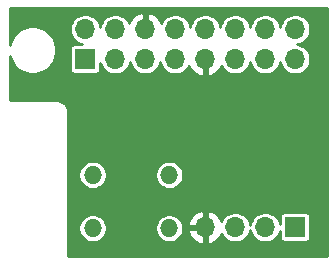
<source format=gbl>
%TF.GenerationSoftware,KiCad,Pcbnew,5.1.7-a382d34a8~87~ubuntu20.04.1*%
%TF.CreationDate,2020-11-06T02:00:15-03:00*%
%TF.ProjectId,RPI_HAT,5250495f-4841-4542-9e6b-696361645f70,v1 *%
%TF.SameCoordinates,Original*%
%TF.FileFunction,Copper,L2,Bot*%
%TF.FilePolarity,Positive*%
%FSLAX46Y46*%
G04 Gerber Fmt 4.6, Leading zero omitted, Abs format (unit mm)*
G04 Created by KiCad (PCBNEW 5.1.7-a382d34a8~87~ubuntu20.04.1) date 2020-11-06 02:00:15*
%MOMM*%
%LPD*%
G01*
G04 APERTURE LIST*
%TA.AperFunction,ComponentPad*%
%ADD10R,1.700000X1.700000*%
%TD*%
%TA.AperFunction,ComponentPad*%
%ADD11O,1.700000X1.700000*%
%TD*%
%TA.AperFunction,ComponentPad*%
%ADD12O,1.524000X1.524000*%
%TD*%
%TA.AperFunction,ViaPad*%
%ADD13C,1.000000*%
%TD*%
%TA.AperFunction,Conductor*%
%ADD14C,0.254000*%
%TD*%
%TA.AperFunction,Conductor*%
%ADD15C,0.100000*%
%TD*%
G04 APERTURE END LIST*
D10*
%TO.P,J1,1*%
%TO.N,/3V3*%
X96012000Y-94869000D03*
D11*
%TO.P,J1,2*%
%TO.N,Net-(J1-Pad2)*%
X96012000Y-92329000D03*
%TO.P,J1,3*%
%TO.N,Net-(J1-Pad3)*%
X98552000Y-94869000D03*
%TO.P,J1,4*%
%TO.N,Net-(J1-Pad4)*%
X98552000Y-92329000D03*
%TO.P,J1,5*%
%TO.N,Net-(J1-Pad5)*%
X101092000Y-94869000D03*
%TO.P,J1,6*%
%TO.N,GND*%
X101092000Y-92329000D03*
%TO.P,J1,7*%
%TO.N,Net-(J1-Pad7)*%
X103632000Y-94869000D03*
%TO.P,J1,8*%
%TO.N,/button_input*%
X103632000Y-92329000D03*
%TO.P,J1,9*%
%TO.N,GND*%
X106172000Y-94869000D03*
%TO.P,J1,10*%
%TO.N,Net-(J1-Pad10)*%
X106172000Y-92329000D03*
%TO.P,J1,11*%
%TO.N,Net-(J1-Pad11)*%
X108712000Y-94869000D03*
%TO.P,J1,12*%
%TO.N,Net-(J1-Pad12)*%
X108712000Y-92329000D03*
%TO.P,J1,13*%
%TO.N,Net-(J1-Pad13)*%
X111252000Y-94869000D03*
%TO.P,J1,14*%
%TO.N,Net-(J1-Pad14)*%
X111252000Y-92329000D03*
%TO.P,J1,15*%
%TO.N,Net-(J1-Pad15)*%
X113792000Y-94869000D03*
%TO.P,J1,16*%
%TO.N,Net-(J1-Pad16)*%
X113792000Y-92329000D03*
%TD*%
D12*
%TO.P,SW1,1*%
%TO.N,/3V3*%
X103144900Y-109194600D03*
X96642500Y-109194600D03*
%TO.P,SW1,2*%
%TO.N,/button_input*%
X103144900Y-104673400D03*
X96642500Y-104673400D03*
%TD*%
D10*
%TO.P,U1,1*%
%TO.N,/3V3*%
X113792000Y-109093000D03*
D11*
%TO.P,U1,2*%
%TO.N,Net-(J1-Pad11)*%
X111252000Y-109093000D03*
%TO.P,U1,3*%
%TO.N,Net-(U1-Pad3)*%
X108712000Y-109093000D03*
%TO.P,U1,4*%
%TO.N,GND*%
X106172000Y-109093000D03*
%TD*%
D13*
%TO.N,GND*%
X112141000Y-102235000D03*
X100584000Y-100965000D03*
%TD*%
D14*
%TO.N,GND*%
X116467893Y-90506078D02*
X116476452Y-90508662D01*
X116484343Y-90512858D01*
X116491268Y-90518506D01*
X116496964Y-90525391D01*
X116501215Y-90533253D01*
X116503859Y-90541794D01*
X116507000Y-90571678D01*
X116507001Y-111483487D01*
X116503921Y-111514896D01*
X116501337Y-111523454D01*
X116497144Y-111531341D01*
X116491494Y-111538268D01*
X116484609Y-111543964D01*
X116476747Y-111548215D01*
X116468206Y-111550859D01*
X116438322Y-111554000D01*
X94637503Y-111554000D01*
X94606104Y-111550921D01*
X94597546Y-111548337D01*
X94589659Y-111544144D01*
X94582732Y-111538494D01*
X94577036Y-111531609D01*
X94572785Y-111523747D01*
X94570141Y-111515206D01*
X94567000Y-111485322D01*
X94567000Y-109076706D01*
X95445500Y-109076706D01*
X95445500Y-109312494D01*
X95491500Y-109543752D01*
X95581732Y-109761592D01*
X95712729Y-109957643D01*
X95879457Y-110124371D01*
X96075508Y-110255368D01*
X96293348Y-110345600D01*
X96524606Y-110391600D01*
X96760394Y-110391600D01*
X96991652Y-110345600D01*
X97209492Y-110255368D01*
X97405543Y-110124371D01*
X97572271Y-109957643D01*
X97703268Y-109761592D01*
X97793500Y-109543752D01*
X97839500Y-109312494D01*
X97839500Y-109076706D01*
X101947900Y-109076706D01*
X101947900Y-109312494D01*
X101993900Y-109543752D01*
X102084132Y-109761592D01*
X102215129Y-109957643D01*
X102381857Y-110124371D01*
X102577908Y-110255368D01*
X102795748Y-110345600D01*
X103027006Y-110391600D01*
X103262794Y-110391600D01*
X103494052Y-110345600D01*
X103711892Y-110255368D01*
X103907943Y-110124371D01*
X104074671Y-109957643D01*
X104205668Y-109761592D01*
X104295900Y-109543752D01*
X104314570Y-109449891D01*
X104730519Y-109449891D01*
X104827843Y-109724252D01*
X104976822Y-109974355D01*
X105171731Y-110190588D01*
X105405080Y-110364641D01*
X105667901Y-110489825D01*
X105815110Y-110534476D01*
X106045000Y-110413155D01*
X106045000Y-109220000D01*
X104851186Y-109220000D01*
X104730519Y-109449891D01*
X104314570Y-109449891D01*
X104341900Y-109312494D01*
X104341900Y-109076706D01*
X104295900Y-108845448D01*
X104250611Y-108736109D01*
X104730519Y-108736109D01*
X104851186Y-108966000D01*
X106045000Y-108966000D01*
X106045000Y-107772845D01*
X106299000Y-107772845D01*
X106299000Y-108966000D01*
X106319000Y-108966000D01*
X106319000Y-109220000D01*
X106299000Y-109220000D01*
X106299000Y-110413155D01*
X106528890Y-110534476D01*
X106676099Y-110489825D01*
X106938920Y-110364641D01*
X107172269Y-110190588D01*
X107367178Y-109974355D01*
X107516157Y-109724252D01*
X107546808Y-109637846D01*
X107573247Y-109701676D01*
X107713875Y-109912140D01*
X107892860Y-110091125D01*
X108103324Y-110231753D01*
X108337179Y-110328619D01*
X108585439Y-110378000D01*
X108838561Y-110378000D01*
X109086821Y-110328619D01*
X109320676Y-110231753D01*
X109531140Y-110091125D01*
X109710125Y-109912140D01*
X109850753Y-109701676D01*
X109947619Y-109467821D01*
X109982000Y-109294973D01*
X110016381Y-109467821D01*
X110113247Y-109701676D01*
X110253875Y-109912140D01*
X110432860Y-110091125D01*
X110643324Y-110231753D01*
X110877179Y-110328619D01*
X111125439Y-110378000D01*
X111378561Y-110378000D01*
X111626821Y-110328619D01*
X111860676Y-110231753D01*
X112071140Y-110091125D01*
X112250125Y-109912140D01*
X112390753Y-109701676D01*
X112487619Y-109467821D01*
X112504896Y-109380962D01*
X112504896Y-109943000D01*
X112513295Y-110028275D01*
X112538169Y-110110272D01*
X112578561Y-110185842D01*
X112632921Y-110252079D01*
X112699158Y-110306439D01*
X112774728Y-110346831D01*
X112856725Y-110371705D01*
X112942000Y-110380104D01*
X114642000Y-110380104D01*
X114727275Y-110371705D01*
X114809272Y-110346831D01*
X114884842Y-110306439D01*
X114951079Y-110252079D01*
X115005439Y-110185842D01*
X115045831Y-110110272D01*
X115070705Y-110028275D01*
X115079104Y-109943000D01*
X115079104Y-108243000D01*
X115070705Y-108157725D01*
X115045831Y-108075728D01*
X115005439Y-108000158D01*
X114951079Y-107933921D01*
X114884842Y-107879561D01*
X114809272Y-107839169D01*
X114727275Y-107814295D01*
X114642000Y-107805896D01*
X112942000Y-107805896D01*
X112856725Y-107814295D01*
X112774728Y-107839169D01*
X112699158Y-107879561D01*
X112632921Y-107933921D01*
X112578561Y-108000158D01*
X112538169Y-108075728D01*
X112513295Y-108157725D01*
X112504896Y-108243000D01*
X112504896Y-108805038D01*
X112487619Y-108718179D01*
X112390753Y-108484324D01*
X112250125Y-108273860D01*
X112071140Y-108094875D01*
X111860676Y-107954247D01*
X111626821Y-107857381D01*
X111378561Y-107808000D01*
X111125439Y-107808000D01*
X110877179Y-107857381D01*
X110643324Y-107954247D01*
X110432860Y-108094875D01*
X110253875Y-108273860D01*
X110113247Y-108484324D01*
X110016381Y-108718179D01*
X109982000Y-108891027D01*
X109947619Y-108718179D01*
X109850753Y-108484324D01*
X109710125Y-108273860D01*
X109531140Y-108094875D01*
X109320676Y-107954247D01*
X109086821Y-107857381D01*
X108838561Y-107808000D01*
X108585439Y-107808000D01*
X108337179Y-107857381D01*
X108103324Y-107954247D01*
X107892860Y-108094875D01*
X107713875Y-108273860D01*
X107573247Y-108484324D01*
X107546808Y-108548154D01*
X107516157Y-108461748D01*
X107367178Y-108211645D01*
X107172269Y-107995412D01*
X106938920Y-107821359D01*
X106676099Y-107696175D01*
X106528890Y-107651524D01*
X106299000Y-107772845D01*
X106045000Y-107772845D01*
X105815110Y-107651524D01*
X105667901Y-107696175D01*
X105405080Y-107821359D01*
X105171731Y-107995412D01*
X104976822Y-108211645D01*
X104827843Y-108461748D01*
X104730519Y-108736109D01*
X104250611Y-108736109D01*
X104205668Y-108627608D01*
X104074671Y-108431557D01*
X103907943Y-108264829D01*
X103711892Y-108133832D01*
X103494052Y-108043600D01*
X103262794Y-107997600D01*
X103027006Y-107997600D01*
X102795748Y-108043600D01*
X102577908Y-108133832D01*
X102381857Y-108264829D01*
X102215129Y-108431557D01*
X102084132Y-108627608D01*
X101993900Y-108845448D01*
X101947900Y-109076706D01*
X97839500Y-109076706D01*
X97793500Y-108845448D01*
X97703268Y-108627608D01*
X97572271Y-108431557D01*
X97405543Y-108264829D01*
X97209492Y-108133832D01*
X96991652Y-108043600D01*
X96760394Y-107997600D01*
X96524606Y-107997600D01*
X96293348Y-108043600D01*
X96075508Y-108133832D01*
X95879457Y-108264829D01*
X95712729Y-108431557D01*
X95581732Y-108627608D01*
X95491500Y-108845448D01*
X95445500Y-109076706D01*
X94567000Y-109076706D01*
X94567000Y-104555506D01*
X95445500Y-104555506D01*
X95445500Y-104791294D01*
X95491500Y-105022552D01*
X95581732Y-105240392D01*
X95712729Y-105436443D01*
X95879457Y-105603171D01*
X96075508Y-105734168D01*
X96293348Y-105824400D01*
X96524606Y-105870400D01*
X96760394Y-105870400D01*
X96991652Y-105824400D01*
X97209492Y-105734168D01*
X97405543Y-105603171D01*
X97572271Y-105436443D01*
X97703268Y-105240392D01*
X97793500Y-105022552D01*
X97839500Y-104791294D01*
X97839500Y-104555506D01*
X101947900Y-104555506D01*
X101947900Y-104791294D01*
X101993900Y-105022552D01*
X102084132Y-105240392D01*
X102215129Y-105436443D01*
X102381857Y-105603171D01*
X102577908Y-105734168D01*
X102795748Y-105824400D01*
X103027006Y-105870400D01*
X103262794Y-105870400D01*
X103494052Y-105824400D01*
X103711892Y-105734168D01*
X103907943Y-105603171D01*
X104074671Y-105436443D01*
X104205668Y-105240392D01*
X104295900Y-105022552D01*
X104341900Y-104791294D01*
X104341900Y-104555506D01*
X104295900Y-104324248D01*
X104205668Y-104106408D01*
X104074671Y-103910357D01*
X103907943Y-103743629D01*
X103711892Y-103612632D01*
X103494052Y-103522400D01*
X103262794Y-103476400D01*
X103027006Y-103476400D01*
X102795748Y-103522400D01*
X102577908Y-103612632D01*
X102381857Y-103743629D01*
X102215129Y-103910357D01*
X102084132Y-104106408D01*
X101993900Y-104324248D01*
X101947900Y-104555506D01*
X97839500Y-104555506D01*
X97793500Y-104324248D01*
X97703268Y-104106408D01*
X97572271Y-103910357D01*
X97405543Y-103743629D01*
X97209492Y-103612632D01*
X96991652Y-103522400D01*
X96760394Y-103476400D01*
X96524606Y-103476400D01*
X96293348Y-103522400D01*
X96075508Y-103612632D01*
X95879457Y-103743629D01*
X95712729Y-103910357D01*
X95581732Y-104106408D01*
X95491500Y-104324248D01*
X95445500Y-104555506D01*
X94567000Y-104555506D01*
X94567000Y-99291410D01*
X94565073Y-99271841D01*
X94565094Y-99268761D01*
X94564468Y-99262368D01*
X94554104Y-99163767D01*
X94545724Y-99122944D01*
X94537908Y-99081974D01*
X94536052Y-99075825D01*
X94506734Y-98981115D01*
X94490572Y-98942668D01*
X94474960Y-98904028D01*
X94471945Y-98898356D01*
X94424790Y-98811144D01*
X94401467Y-98776566D01*
X94378646Y-98741692D01*
X94374587Y-98736715D01*
X94361000Y-98720291D01*
X94361000Y-98679000D01*
X94358560Y-98654224D01*
X94351333Y-98630399D01*
X94339597Y-98608443D01*
X94323803Y-98589197D01*
X94304557Y-98573403D01*
X94282601Y-98561667D01*
X94258776Y-98554440D01*
X94234000Y-98552000D01*
X94192434Y-98552000D01*
X94170857Y-98534402D01*
X94136131Y-98511330D01*
X94101729Y-98487775D01*
X94096079Y-98484720D01*
X94008540Y-98438175D01*
X93970012Y-98422295D01*
X93931675Y-98405864D01*
X93925539Y-98403964D01*
X93830626Y-98375308D01*
X93789760Y-98367217D01*
X93748948Y-98358542D01*
X93742560Y-98357870D01*
X93643889Y-98348195D01*
X93643875Y-98348195D01*
X93621590Y-98346000D01*
X89684503Y-98346000D01*
X89653104Y-98342921D01*
X89644546Y-98340337D01*
X89636659Y-98336144D01*
X89629732Y-98330494D01*
X89624036Y-98323609D01*
X89619785Y-98315747D01*
X89617141Y-98307206D01*
X89614000Y-98277322D01*
X89614000Y-94565108D01*
X89639199Y-94691792D01*
X89790328Y-95056651D01*
X90009734Y-95385015D01*
X90288985Y-95664266D01*
X90617349Y-95883672D01*
X90982208Y-96034801D01*
X91369540Y-96111846D01*
X91764460Y-96111846D01*
X92151792Y-96034801D01*
X92516651Y-95883672D01*
X92845015Y-95664266D01*
X93124266Y-95385015D01*
X93343672Y-95056651D01*
X93494801Y-94691792D01*
X93571846Y-94304460D01*
X93571846Y-94019000D01*
X94724896Y-94019000D01*
X94724896Y-95719000D01*
X94733295Y-95804275D01*
X94758169Y-95886272D01*
X94798561Y-95961842D01*
X94852921Y-96028079D01*
X94919158Y-96082439D01*
X94994728Y-96122831D01*
X95076725Y-96147705D01*
X95162000Y-96156104D01*
X96862000Y-96156104D01*
X96947275Y-96147705D01*
X97029272Y-96122831D01*
X97104842Y-96082439D01*
X97171079Y-96028079D01*
X97225439Y-95961842D01*
X97265831Y-95886272D01*
X97290705Y-95804275D01*
X97299104Y-95719000D01*
X97299104Y-95156962D01*
X97316381Y-95243821D01*
X97413247Y-95477676D01*
X97553875Y-95688140D01*
X97732860Y-95867125D01*
X97943324Y-96007753D01*
X98177179Y-96104619D01*
X98425439Y-96154000D01*
X98678561Y-96154000D01*
X98926821Y-96104619D01*
X99160676Y-96007753D01*
X99371140Y-95867125D01*
X99550125Y-95688140D01*
X99690753Y-95477676D01*
X99787619Y-95243821D01*
X99822000Y-95070973D01*
X99856381Y-95243821D01*
X99953247Y-95477676D01*
X100093875Y-95688140D01*
X100272860Y-95867125D01*
X100483324Y-96007753D01*
X100717179Y-96104619D01*
X100965439Y-96154000D01*
X101218561Y-96154000D01*
X101466821Y-96104619D01*
X101700676Y-96007753D01*
X101911140Y-95867125D01*
X102090125Y-95688140D01*
X102230753Y-95477676D01*
X102327619Y-95243821D01*
X102362000Y-95070973D01*
X102396381Y-95243821D01*
X102493247Y-95477676D01*
X102633875Y-95688140D01*
X102812860Y-95867125D01*
X103023324Y-96007753D01*
X103257179Y-96104619D01*
X103505439Y-96154000D01*
X103758561Y-96154000D01*
X104006821Y-96104619D01*
X104240676Y-96007753D01*
X104451140Y-95867125D01*
X104630125Y-95688140D01*
X104770753Y-95477676D01*
X104797192Y-95413846D01*
X104827843Y-95500252D01*
X104976822Y-95750355D01*
X105171731Y-95966588D01*
X105405080Y-96140641D01*
X105667901Y-96265825D01*
X105815110Y-96310476D01*
X106045000Y-96189155D01*
X106045000Y-94996000D01*
X106025000Y-94996000D01*
X106025000Y-94742000D01*
X106045000Y-94742000D01*
X106045000Y-94722000D01*
X106299000Y-94722000D01*
X106299000Y-94742000D01*
X106319000Y-94742000D01*
X106319000Y-94996000D01*
X106299000Y-94996000D01*
X106299000Y-96189155D01*
X106528890Y-96310476D01*
X106676099Y-96265825D01*
X106938920Y-96140641D01*
X107172269Y-95966588D01*
X107367178Y-95750355D01*
X107516157Y-95500252D01*
X107546808Y-95413846D01*
X107573247Y-95477676D01*
X107713875Y-95688140D01*
X107892860Y-95867125D01*
X108103324Y-96007753D01*
X108337179Y-96104619D01*
X108585439Y-96154000D01*
X108838561Y-96154000D01*
X109086821Y-96104619D01*
X109320676Y-96007753D01*
X109531140Y-95867125D01*
X109710125Y-95688140D01*
X109850753Y-95477676D01*
X109947619Y-95243821D01*
X109982000Y-95070973D01*
X110016381Y-95243821D01*
X110113247Y-95477676D01*
X110253875Y-95688140D01*
X110432860Y-95867125D01*
X110643324Y-96007753D01*
X110877179Y-96104619D01*
X111125439Y-96154000D01*
X111378561Y-96154000D01*
X111626821Y-96104619D01*
X111860676Y-96007753D01*
X112071140Y-95867125D01*
X112250125Y-95688140D01*
X112390753Y-95477676D01*
X112487619Y-95243821D01*
X112522000Y-95070973D01*
X112556381Y-95243821D01*
X112653247Y-95477676D01*
X112793875Y-95688140D01*
X112972860Y-95867125D01*
X113183324Y-96007753D01*
X113417179Y-96104619D01*
X113665439Y-96154000D01*
X113918561Y-96154000D01*
X114166821Y-96104619D01*
X114400676Y-96007753D01*
X114611140Y-95867125D01*
X114790125Y-95688140D01*
X114930753Y-95477676D01*
X115027619Y-95243821D01*
X115077000Y-94995561D01*
X115077000Y-94742439D01*
X115027619Y-94494179D01*
X114930753Y-94260324D01*
X114790125Y-94049860D01*
X114611140Y-93870875D01*
X114400676Y-93730247D01*
X114166821Y-93633381D01*
X113993973Y-93599000D01*
X114166821Y-93564619D01*
X114400676Y-93467753D01*
X114611140Y-93327125D01*
X114790125Y-93148140D01*
X114930753Y-92937676D01*
X115027619Y-92703821D01*
X115077000Y-92455561D01*
X115077000Y-92202439D01*
X115027619Y-91954179D01*
X114930753Y-91720324D01*
X114790125Y-91509860D01*
X114611140Y-91330875D01*
X114400676Y-91190247D01*
X114166821Y-91093381D01*
X113918561Y-91044000D01*
X113665439Y-91044000D01*
X113417179Y-91093381D01*
X113183324Y-91190247D01*
X112972860Y-91330875D01*
X112793875Y-91509860D01*
X112653247Y-91720324D01*
X112556381Y-91954179D01*
X112522000Y-92127027D01*
X112487619Y-91954179D01*
X112390753Y-91720324D01*
X112250125Y-91509860D01*
X112071140Y-91330875D01*
X111860676Y-91190247D01*
X111626821Y-91093381D01*
X111378561Y-91044000D01*
X111125439Y-91044000D01*
X110877179Y-91093381D01*
X110643324Y-91190247D01*
X110432860Y-91330875D01*
X110253875Y-91509860D01*
X110113247Y-91720324D01*
X110016381Y-91954179D01*
X109982000Y-92127027D01*
X109947619Y-91954179D01*
X109850753Y-91720324D01*
X109710125Y-91509860D01*
X109531140Y-91330875D01*
X109320676Y-91190247D01*
X109086821Y-91093381D01*
X108838561Y-91044000D01*
X108585439Y-91044000D01*
X108337179Y-91093381D01*
X108103324Y-91190247D01*
X107892860Y-91330875D01*
X107713875Y-91509860D01*
X107573247Y-91720324D01*
X107476381Y-91954179D01*
X107442000Y-92127027D01*
X107407619Y-91954179D01*
X107310753Y-91720324D01*
X107170125Y-91509860D01*
X106991140Y-91330875D01*
X106780676Y-91190247D01*
X106546821Y-91093381D01*
X106298561Y-91044000D01*
X106045439Y-91044000D01*
X105797179Y-91093381D01*
X105563324Y-91190247D01*
X105352860Y-91330875D01*
X105173875Y-91509860D01*
X105033247Y-91720324D01*
X104936381Y-91954179D01*
X104902000Y-92127027D01*
X104867619Y-91954179D01*
X104770753Y-91720324D01*
X104630125Y-91509860D01*
X104451140Y-91330875D01*
X104240676Y-91190247D01*
X104006821Y-91093381D01*
X103758561Y-91044000D01*
X103505439Y-91044000D01*
X103257179Y-91093381D01*
X103023324Y-91190247D01*
X102812860Y-91330875D01*
X102633875Y-91509860D01*
X102493247Y-91720324D01*
X102466808Y-91784154D01*
X102436157Y-91697748D01*
X102287178Y-91447645D01*
X102092269Y-91231412D01*
X101858920Y-91057359D01*
X101596099Y-90932175D01*
X101448890Y-90887524D01*
X101219000Y-91008845D01*
X101219000Y-92202000D01*
X101239000Y-92202000D01*
X101239000Y-92456000D01*
X101219000Y-92456000D01*
X101219000Y-92476000D01*
X100965000Y-92476000D01*
X100965000Y-92456000D01*
X100945000Y-92456000D01*
X100945000Y-92202000D01*
X100965000Y-92202000D01*
X100965000Y-91008845D01*
X100735110Y-90887524D01*
X100587901Y-90932175D01*
X100325080Y-91057359D01*
X100091731Y-91231412D01*
X99896822Y-91447645D01*
X99747843Y-91697748D01*
X99717192Y-91784154D01*
X99690753Y-91720324D01*
X99550125Y-91509860D01*
X99371140Y-91330875D01*
X99160676Y-91190247D01*
X98926821Y-91093381D01*
X98678561Y-91044000D01*
X98425439Y-91044000D01*
X98177179Y-91093381D01*
X97943324Y-91190247D01*
X97732860Y-91330875D01*
X97553875Y-91509860D01*
X97413247Y-91720324D01*
X97316381Y-91954179D01*
X97282000Y-92127027D01*
X97247619Y-91954179D01*
X97150753Y-91720324D01*
X97010125Y-91509860D01*
X96831140Y-91330875D01*
X96620676Y-91190247D01*
X96386821Y-91093381D01*
X96138561Y-91044000D01*
X95885439Y-91044000D01*
X95637179Y-91093381D01*
X95403324Y-91190247D01*
X95192860Y-91330875D01*
X95013875Y-91509860D01*
X94873247Y-91720324D01*
X94776381Y-91954179D01*
X94727000Y-92202439D01*
X94727000Y-92455561D01*
X94776381Y-92703821D01*
X94873247Y-92937676D01*
X95013875Y-93148140D01*
X95192860Y-93327125D01*
X95403324Y-93467753D01*
X95637179Y-93564619D01*
X95724038Y-93581896D01*
X95162000Y-93581896D01*
X95076725Y-93590295D01*
X94994728Y-93615169D01*
X94919158Y-93655561D01*
X94852921Y-93709921D01*
X94798561Y-93776158D01*
X94758169Y-93851728D01*
X94733295Y-93933725D01*
X94724896Y-94019000D01*
X93571846Y-94019000D01*
X93571846Y-93909540D01*
X93494801Y-93522208D01*
X93343672Y-93157349D01*
X93124266Y-92828985D01*
X92845015Y-92549734D01*
X92516651Y-92330328D01*
X92151792Y-92179199D01*
X91764460Y-92102154D01*
X91369540Y-92102154D01*
X90982208Y-92179199D01*
X90617349Y-92330328D01*
X90288985Y-92549734D01*
X90009734Y-92828985D01*
X89790328Y-93157349D01*
X89639199Y-93522208D01*
X89614000Y-93648892D01*
X89614000Y-90573501D01*
X89617078Y-90542107D01*
X89619662Y-90533548D01*
X89623858Y-90525657D01*
X89629506Y-90518732D01*
X89636391Y-90513036D01*
X89644253Y-90508785D01*
X89652794Y-90506141D01*
X89682678Y-90503000D01*
X116436499Y-90503000D01*
X116467893Y-90506078D01*
%TA.AperFunction,Conductor*%
D15*
G36*
X116467893Y-90506078D02*
G01*
X116476452Y-90508662D01*
X116484343Y-90512858D01*
X116491268Y-90518506D01*
X116496964Y-90525391D01*
X116501215Y-90533253D01*
X116503859Y-90541794D01*
X116507000Y-90571678D01*
X116507001Y-111483487D01*
X116503921Y-111514896D01*
X116501337Y-111523454D01*
X116497144Y-111531341D01*
X116491494Y-111538268D01*
X116484609Y-111543964D01*
X116476747Y-111548215D01*
X116468206Y-111550859D01*
X116438322Y-111554000D01*
X94637503Y-111554000D01*
X94606104Y-111550921D01*
X94597546Y-111548337D01*
X94589659Y-111544144D01*
X94582732Y-111538494D01*
X94577036Y-111531609D01*
X94572785Y-111523747D01*
X94570141Y-111515206D01*
X94567000Y-111485322D01*
X94567000Y-109076706D01*
X95445500Y-109076706D01*
X95445500Y-109312494D01*
X95491500Y-109543752D01*
X95581732Y-109761592D01*
X95712729Y-109957643D01*
X95879457Y-110124371D01*
X96075508Y-110255368D01*
X96293348Y-110345600D01*
X96524606Y-110391600D01*
X96760394Y-110391600D01*
X96991652Y-110345600D01*
X97209492Y-110255368D01*
X97405543Y-110124371D01*
X97572271Y-109957643D01*
X97703268Y-109761592D01*
X97793500Y-109543752D01*
X97839500Y-109312494D01*
X97839500Y-109076706D01*
X101947900Y-109076706D01*
X101947900Y-109312494D01*
X101993900Y-109543752D01*
X102084132Y-109761592D01*
X102215129Y-109957643D01*
X102381857Y-110124371D01*
X102577908Y-110255368D01*
X102795748Y-110345600D01*
X103027006Y-110391600D01*
X103262794Y-110391600D01*
X103494052Y-110345600D01*
X103711892Y-110255368D01*
X103907943Y-110124371D01*
X104074671Y-109957643D01*
X104205668Y-109761592D01*
X104295900Y-109543752D01*
X104314570Y-109449891D01*
X104730519Y-109449891D01*
X104827843Y-109724252D01*
X104976822Y-109974355D01*
X105171731Y-110190588D01*
X105405080Y-110364641D01*
X105667901Y-110489825D01*
X105815110Y-110534476D01*
X106045000Y-110413155D01*
X106045000Y-109220000D01*
X104851186Y-109220000D01*
X104730519Y-109449891D01*
X104314570Y-109449891D01*
X104341900Y-109312494D01*
X104341900Y-109076706D01*
X104295900Y-108845448D01*
X104250611Y-108736109D01*
X104730519Y-108736109D01*
X104851186Y-108966000D01*
X106045000Y-108966000D01*
X106045000Y-107772845D01*
X106299000Y-107772845D01*
X106299000Y-108966000D01*
X106319000Y-108966000D01*
X106319000Y-109220000D01*
X106299000Y-109220000D01*
X106299000Y-110413155D01*
X106528890Y-110534476D01*
X106676099Y-110489825D01*
X106938920Y-110364641D01*
X107172269Y-110190588D01*
X107367178Y-109974355D01*
X107516157Y-109724252D01*
X107546808Y-109637846D01*
X107573247Y-109701676D01*
X107713875Y-109912140D01*
X107892860Y-110091125D01*
X108103324Y-110231753D01*
X108337179Y-110328619D01*
X108585439Y-110378000D01*
X108838561Y-110378000D01*
X109086821Y-110328619D01*
X109320676Y-110231753D01*
X109531140Y-110091125D01*
X109710125Y-109912140D01*
X109850753Y-109701676D01*
X109947619Y-109467821D01*
X109982000Y-109294973D01*
X110016381Y-109467821D01*
X110113247Y-109701676D01*
X110253875Y-109912140D01*
X110432860Y-110091125D01*
X110643324Y-110231753D01*
X110877179Y-110328619D01*
X111125439Y-110378000D01*
X111378561Y-110378000D01*
X111626821Y-110328619D01*
X111860676Y-110231753D01*
X112071140Y-110091125D01*
X112250125Y-109912140D01*
X112390753Y-109701676D01*
X112487619Y-109467821D01*
X112504896Y-109380962D01*
X112504896Y-109943000D01*
X112513295Y-110028275D01*
X112538169Y-110110272D01*
X112578561Y-110185842D01*
X112632921Y-110252079D01*
X112699158Y-110306439D01*
X112774728Y-110346831D01*
X112856725Y-110371705D01*
X112942000Y-110380104D01*
X114642000Y-110380104D01*
X114727275Y-110371705D01*
X114809272Y-110346831D01*
X114884842Y-110306439D01*
X114951079Y-110252079D01*
X115005439Y-110185842D01*
X115045831Y-110110272D01*
X115070705Y-110028275D01*
X115079104Y-109943000D01*
X115079104Y-108243000D01*
X115070705Y-108157725D01*
X115045831Y-108075728D01*
X115005439Y-108000158D01*
X114951079Y-107933921D01*
X114884842Y-107879561D01*
X114809272Y-107839169D01*
X114727275Y-107814295D01*
X114642000Y-107805896D01*
X112942000Y-107805896D01*
X112856725Y-107814295D01*
X112774728Y-107839169D01*
X112699158Y-107879561D01*
X112632921Y-107933921D01*
X112578561Y-108000158D01*
X112538169Y-108075728D01*
X112513295Y-108157725D01*
X112504896Y-108243000D01*
X112504896Y-108805038D01*
X112487619Y-108718179D01*
X112390753Y-108484324D01*
X112250125Y-108273860D01*
X112071140Y-108094875D01*
X111860676Y-107954247D01*
X111626821Y-107857381D01*
X111378561Y-107808000D01*
X111125439Y-107808000D01*
X110877179Y-107857381D01*
X110643324Y-107954247D01*
X110432860Y-108094875D01*
X110253875Y-108273860D01*
X110113247Y-108484324D01*
X110016381Y-108718179D01*
X109982000Y-108891027D01*
X109947619Y-108718179D01*
X109850753Y-108484324D01*
X109710125Y-108273860D01*
X109531140Y-108094875D01*
X109320676Y-107954247D01*
X109086821Y-107857381D01*
X108838561Y-107808000D01*
X108585439Y-107808000D01*
X108337179Y-107857381D01*
X108103324Y-107954247D01*
X107892860Y-108094875D01*
X107713875Y-108273860D01*
X107573247Y-108484324D01*
X107546808Y-108548154D01*
X107516157Y-108461748D01*
X107367178Y-108211645D01*
X107172269Y-107995412D01*
X106938920Y-107821359D01*
X106676099Y-107696175D01*
X106528890Y-107651524D01*
X106299000Y-107772845D01*
X106045000Y-107772845D01*
X105815110Y-107651524D01*
X105667901Y-107696175D01*
X105405080Y-107821359D01*
X105171731Y-107995412D01*
X104976822Y-108211645D01*
X104827843Y-108461748D01*
X104730519Y-108736109D01*
X104250611Y-108736109D01*
X104205668Y-108627608D01*
X104074671Y-108431557D01*
X103907943Y-108264829D01*
X103711892Y-108133832D01*
X103494052Y-108043600D01*
X103262794Y-107997600D01*
X103027006Y-107997600D01*
X102795748Y-108043600D01*
X102577908Y-108133832D01*
X102381857Y-108264829D01*
X102215129Y-108431557D01*
X102084132Y-108627608D01*
X101993900Y-108845448D01*
X101947900Y-109076706D01*
X97839500Y-109076706D01*
X97793500Y-108845448D01*
X97703268Y-108627608D01*
X97572271Y-108431557D01*
X97405543Y-108264829D01*
X97209492Y-108133832D01*
X96991652Y-108043600D01*
X96760394Y-107997600D01*
X96524606Y-107997600D01*
X96293348Y-108043600D01*
X96075508Y-108133832D01*
X95879457Y-108264829D01*
X95712729Y-108431557D01*
X95581732Y-108627608D01*
X95491500Y-108845448D01*
X95445500Y-109076706D01*
X94567000Y-109076706D01*
X94567000Y-104555506D01*
X95445500Y-104555506D01*
X95445500Y-104791294D01*
X95491500Y-105022552D01*
X95581732Y-105240392D01*
X95712729Y-105436443D01*
X95879457Y-105603171D01*
X96075508Y-105734168D01*
X96293348Y-105824400D01*
X96524606Y-105870400D01*
X96760394Y-105870400D01*
X96991652Y-105824400D01*
X97209492Y-105734168D01*
X97405543Y-105603171D01*
X97572271Y-105436443D01*
X97703268Y-105240392D01*
X97793500Y-105022552D01*
X97839500Y-104791294D01*
X97839500Y-104555506D01*
X101947900Y-104555506D01*
X101947900Y-104791294D01*
X101993900Y-105022552D01*
X102084132Y-105240392D01*
X102215129Y-105436443D01*
X102381857Y-105603171D01*
X102577908Y-105734168D01*
X102795748Y-105824400D01*
X103027006Y-105870400D01*
X103262794Y-105870400D01*
X103494052Y-105824400D01*
X103711892Y-105734168D01*
X103907943Y-105603171D01*
X104074671Y-105436443D01*
X104205668Y-105240392D01*
X104295900Y-105022552D01*
X104341900Y-104791294D01*
X104341900Y-104555506D01*
X104295900Y-104324248D01*
X104205668Y-104106408D01*
X104074671Y-103910357D01*
X103907943Y-103743629D01*
X103711892Y-103612632D01*
X103494052Y-103522400D01*
X103262794Y-103476400D01*
X103027006Y-103476400D01*
X102795748Y-103522400D01*
X102577908Y-103612632D01*
X102381857Y-103743629D01*
X102215129Y-103910357D01*
X102084132Y-104106408D01*
X101993900Y-104324248D01*
X101947900Y-104555506D01*
X97839500Y-104555506D01*
X97793500Y-104324248D01*
X97703268Y-104106408D01*
X97572271Y-103910357D01*
X97405543Y-103743629D01*
X97209492Y-103612632D01*
X96991652Y-103522400D01*
X96760394Y-103476400D01*
X96524606Y-103476400D01*
X96293348Y-103522400D01*
X96075508Y-103612632D01*
X95879457Y-103743629D01*
X95712729Y-103910357D01*
X95581732Y-104106408D01*
X95491500Y-104324248D01*
X95445500Y-104555506D01*
X94567000Y-104555506D01*
X94567000Y-99291410D01*
X94565073Y-99271841D01*
X94565094Y-99268761D01*
X94564468Y-99262368D01*
X94554104Y-99163767D01*
X94545724Y-99122944D01*
X94537908Y-99081974D01*
X94536052Y-99075825D01*
X94506734Y-98981115D01*
X94490572Y-98942668D01*
X94474960Y-98904028D01*
X94471945Y-98898356D01*
X94424790Y-98811144D01*
X94401467Y-98776566D01*
X94378646Y-98741692D01*
X94374587Y-98736715D01*
X94361000Y-98720291D01*
X94361000Y-98679000D01*
X94358560Y-98654224D01*
X94351333Y-98630399D01*
X94339597Y-98608443D01*
X94323803Y-98589197D01*
X94304557Y-98573403D01*
X94282601Y-98561667D01*
X94258776Y-98554440D01*
X94234000Y-98552000D01*
X94192434Y-98552000D01*
X94170857Y-98534402D01*
X94136131Y-98511330D01*
X94101729Y-98487775D01*
X94096079Y-98484720D01*
X94008540Y-98438175D01*
X93970012Y-98422295D01*
X93931675Y-98405864D01*
X93925539Y-98403964D01*
X93830626Y-98375308D01*
X93789760Y-98367217D01*
X93748948Y-98358542D01*
X93742560Y-98357870D01*
X93643889Y-98348195D01*
X93643875Y-98348195D01*
X93621590Y-98346000D01*
X89684503Y-98346000D01*
X89653104Y-98342921D01*
X89644546Y-98340337D01*
X89636659Y-98336144D01*
X89629732Y-98330494D01*
X89624036Y-98323609D01*
X89619785Y-98315747D01*
X89617141Y-98307206D01*
X89614000Y-98277322D01*
X89614000Y-94565108D01*
X89639199Y-94691792D01*
X89790328Y-95056651D01*
X90009734Y-95385015D01*
X90288985Y-95664266D01*
X90617349Y-95883672D01*
X90982208Y-96034801D01*
X91369540Y-96111846D01*
X91764460Y-96111846D01*
X92151792Y-96034801D01*
X92516651Y-95883672D01*
X92845015Y-95664266D01*
X93124266Y-95385015D01*
X93343672Y-95056651D01*
X93494801Y-94691792D01*
X93571846Y-94304460D01*
X93571846Y-94019000D01*
X94724896Y-94019000D01*
X94724896Y-95719000D01*
X94733295Y-95804275D01*
X94758169Y-95886272D01*
X94798561Y-95961842D01*
X94852921Y-96028079D01*
X94919158Y-96082439D01*
X94994728Y-96122831D01*
X95076725Y-96147705D01*
X95162000Y-96156104D01*
X96862000Y-96156104D01*
X96947275Y-96147705D01*
X97029272Y-96122831D01*
X97104842Y-96082439D01*
X97171079Y-96028079D01*
X97225439Y-95961842D01*
X97265831Y-95886272D01*
X97290705Y-95804275D01*
X97299104Y-95719000D01*
X97299104Y-95156962D01*
X97316381Y-95243821D01*
X97413247Y-95477676D01*
X97553875Y-95688140D01*
X97732860Y-95867125D01*
X97943324Y-96007753D01*
X98177179Y-96104619D01*
X98425439Y-96154000D01*
X98678561Y-96154000D01*
X98926821Y-96104619D01*
X99160676Y-96007753D01*
X99371140Y-95867125D01*
X99550125Y-95688140D01*
X99690753Y-95477676D01*
X99787619Y-95243821D01*
X99822000Y-95070973D01*
X99856381Y-95243821D01*
X99953247Y-95477676D01*
X100093875Y-95688140D01*
X100272860Y-95867125D01*
X100483324Y-96007753D01*
X100717179Y-96104619D01*
X100965439Y-96154000D01*
X101218561Y-96154000D01*
X101466821Y-96104619D01*
X101700676Y-96007753D01*
X101911140Y-95867125D01*
X102090125Y-95688140D01*
X102230753Y-95477676D01*
X102327619Y-95243821D01*
X102362000Y-95070973D01*
X102396381Y-95243821D01*
X102493247Y-95477676D01*
X102633875Y-95688140D01*
X102812860Y-95867125D01*
X103023324Y-96007753D01*
X103257179Y-96104619D01*
X103505439Y-96154000D01*
X103758561Y-96154000D01*
X104006821Y-96104619D01*
X104240676Y-96007753D01*
X104451140Y-95867125D01*
X104630125Y-95688140D01*
X104770753Y-95477676D01*
X104797192Y-95413846D01*
X104827843Y-95500252D01*
X104976822Y-95750355D01*
X105171731Y-95966588D01*
X105405080Y-96140641D01*
X105667901Y-96265825D01*
X105815110Y-96310476D01*
X106045000Y-96189155D01*
X106045000Y-94996000D01*
X106025000Y-94996000D01*
X106025000Y-94742000D01*
X106045000Y-94742000D01*
X106045000Y-94722000D01*
X106299000Y-94722000D01*
X106299000Y-94742000D01*
X106319000Y-94742000D01*
X106319000Y-94996000D01*
X106299000Y-94996000D01*
X106299000Y-96189155D01*
X106528890Y-96310476D01*
X106676099Y-96265825D01*
X106938920Y-96140641D01*
X107172269Y-95966588D01*
X107367178Y-95750355D01*
X107516157Y-95500252D01*
X107546808Y-95413846D01*
X107573247Y-95477676D01*
X107713875Y-95688140D01*
X107892860Y-95867125D01*
X108103324Y-96007753D01*
X108337179Y-96104619D01*
X108585439Y-96154000D01*
X108838561Y-96154000D01*
X109086821Y-96104619D01*
X109320676Y-96007753D01*
X109531140Y-95867125D01*
X109710125Y-95688140D01*
X109850753Y-95477676D01*
X109947619Y-95243821D01*
X109982000Y-95070973D01*
X110016381Y-95243821D01*
X110113247Y-95477676D01*
X110253875Y-95688140D01*
X110432860Y-95867125D01*
X110643324Y-96007753D01*
X110877179Y-96104619D01*
X111125439Y-96154000D01*
X111378561Y-96154000D01*
X111626821Y-96104619D01*
X111860676Y-96007753D01*
X112071140Y-95867125D01*
X112250125Y-95688140D01*
X112390753Y-95477676D01*
X112487619Y-95243821D01*
X112522000Y-95070973D01*
X112556381Y-95243821D01*
X112653247Y-95477676D01*
X112793875Y-95688140D01*
X112972860Y-95867125D01*
X113183324Y-96007753D01*
X113417179Y-96104619D01*
X113665439Y-96154000D01*
X113918561Y-96154000D01*
X114166821Y-96104619D01*
X114400676Y-96007753D01*
X114611140Y-95867125D01*
X114790125Y-95688140D01*
X114930753Y-95477676D01*
X115027619Y-95243821D01*
X115077000Y-94995561D01*
X115077000Y-94742439D01*
X115027619Y-94494179D01*
X114930753Y-94260324D01*
X114790125Y-94049860D01*
X114611140Y-93870875D01*
X114400676Y-93730247D01*
X114166821Y-93633381D01*
X113993973Y-93599000D01*
X114166821Y-93564619D01*
X114400676Y-93467753D01*
X114611140Y-93327125D01*
X114790125Y-93148140D01*
X114930753Y-92937676D01*
X115027619Y-92703821D01*
X115077000Y-92455561D01*
X115077000Y-92202439D01*
X115027619Y-91954179D01*
X114930753Y-91720324D01*
X114790125Y-91509860D01*
X114611140Y-91330875D01*
X114400676Y-91190247D01*
X114166821Y-91093381D01*
X113918561Y-91044000D01*
X113665439Y-91044000D01*
X113417179Y-91093381D01*
X113183324Y-91190247D01*
X112972860Y-91330875D01*
X112793875Y-91509860D01*
X112653247Y-91720324D01*
X112556381Y-91954179D01*
X112522000Y-92127027D01*
X112487619Y-91954179D01*
X112390753Y-91720324D01*
X112250125Y-91509860D01*
X112071140Y-91330875D01*
X111860676Y-91190247D01*
X111626821Y-91093381D01*
X111378561Y-91044000D01*
X111125439Y-91044000D01*
X110877179Y-91093381D01*
X110643324Y-91190247D01*
X110432860Y-91330875D01*
X110253875Y-91509860D01*
X110113247Y-91720324D01*
X110016381Y-91954179D01*
X109982000Y-92127027D01*
X109947619Y-91954179D01*
X109850753Y-91720324D01*
X109710125Y-91509860D01*
X109531140Y-91330875D01*
X109320676Y-91190247D01*
X109086821Y-91093381D01*
X108838561Y-91044000D01*
X108585439Y-91044000D01*
X108337179Y-91093381D01*
X108103324Y-91190247D01*
X107892860Y-91330875D01*
X107713875Y-91509860D01*
X107573247Y-91720324D01*
X107476381Y-91954179D01*
X107442000Y-92127027D01*
X107407619Y-91954179D01*
X107310753Y-91720324D01*
X107170125Y-91509860D01*
X106991140Y-91330875D01*
X106780676Y-91190247D01*
X106546821Y-91093381D01*
X106298561Y-91044000D01*
X106045439Y-91044000D01*
X105797179Y-91093381D01*
X105563324Y-91190247D01*
X105352860Y-91330875D01*
X105173875Y-91509860D01*
X105033247Y-91720324D01*
X104936381Y-91954179D01*
X104902000Y-92127027D01*
X104867619Y-91954179D01*
X104770753Y-91720324D01*
X104630125Y-91509860D01*
X104451140Y-91330875D01*
X104240676Y-91190247D01*
X104006821Y-91093381D01*
X103758561Y-91044000D01*
X103505439Y-91044000D01*
X103257179Y-91093381D01*
X103023324Y-91190247D01*
X102812860Y-91330875D01*
X102633875Y-91509860D01*
X102493247Y-91720324D01*
X102466808Y-91784154D01*
X102436157Y-91697748D01*
X102287178Y-91447645D01*
X102092269Y-91231412D01*
X101858920Y-91057359D01*
X101596099Y-90932175D01*
X101448890Y-90887524D01*
X101219000Y-91008845D01*
X101219000Y-92202000D01*
X101239000Y-92202000D01*
X101239000Y-92456000D01*
X101219000Y-92456000D01*
X101219000Y-92476000D01*
X100965000Y-92476000D01*
X100965000Y-92456000D01*
X100945000Y-92456000D01*
X100945000Y-92202000D01*
X100965000Y-92202000D01*
X100965000Y-91008845D01*
X100735110Y-90887524D01*
X100587901Y-90932175D01*
X100325080Y-91057359D01*
X100091731Y-91231412D01*
X99896822Y-91447645D01*
X99747843Y-91697748D01*
X99717192Y-91784154D01*
X99690753Y-91720324D01*
X99550125Y-91509860D01*
X99371140Y-91330875D01*
X99160676Y-91190247D01*
X98926821Y-91093381D01*
X98678561Y-91044000D01*
X98425439Y-91044000D01*
X98177179Y-91093381D01*
X97943324Y-91190247D01*
X97732860Y-91330875D01*
X97553875Y-91509860D01*
X97413247Y-91720324D01*
X97316381Y-91954179D01*
X97282000Y-92127027D01*
X97247619Y-91954179D01*
X97150753Y-91720324D01*
X97010125Y-91509860D01*
X96831140Y-91330875D01*
X96620676Y-91190247D01*
X96386821Y-91093381D01*
X96138561Y-91044000D01*
X95885439Y-91044000D01*
X95637179Y-91093381D01*
X95403324Y-91190247D01*
X95192860Y-91330875D01*
X95013875Y-91509860D01*
X94873247Y-91720324D01*
X94776381Y-91954179D01*
X94727000Y-92202439D01*
X94727000Y-92455561D01*
X94776381Y-92703821D01*
X94873247Y-92937676D01*
X95013875Y-93148140D01*
X95192860Y-93327125D01*
X95403324Y-93467753D01*
X95637179Y-93564619D01*
X95724038Y-93581896D01*
X95162000Y-93581896D01*
X95076725Y-93590295D01*
X94994728Y-93615169D01*
X94919158Y-93655561D01*
X94852921Y-93709921D01*
X94798561Y-93776158D01*
X94758169Y-93851728D01*
X94733295Y-93933725D01*
X94724896Y-94019000D01*
X93571846Y-94019000D01*
X93571846Y-93909540D01*
X93494801Y-93522208D01*
X93343672Y-93157349D01*
X93124266Y-92828985D01*
X92845015Y-92549734D01*
X92516651Y-92330328D01*
X92151792Y-92179199D01*
X91764460Y-92102154D01*
X91369540Y-92102154D01*
X90982208Y-92179199D01*
X90617349Y-92330328D01*
X90288985Y-92549734D01*
X90009734Y-92828985D01*
X89790328Y-93157349D01*
X89639199Y-93522208D01*
X89614000Y-93648892D01*
X89614000Y-90573501D01*
X89617078Y-90542107D01*
X89619662Y-90533548D01*
X89623858Y-90525657D01*
X89629506Y-90518732D01*
X89636391Y-90513036D01*
X89644253Y-90508785D01*
X89652794Y-90506141D01*
X89682678Y-90503000D01*
X116436499Y-90503000D01*
X116467893Y-90506078D01*
G37*
%TD.AperFunction*%
%TD*%
M02*

</source>
